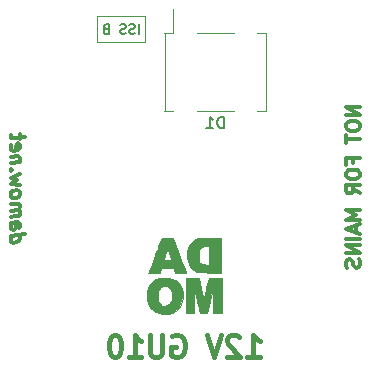
<source format=gbr>
%TF.GenerationSoftware,KiCad,Pcbnew,(5.1.9-0-10_14)*%
%TF.CreationDate,2021-08-05T12:05:48+01:00*%
%TF.ProjectId,gu10-12v-lamp,67753130-2d31-4327-962d-6c616d702e6b,rev?*%
%TF.SameCoordinates,Original*%
%TF.FileFunction,Legend,Bot*%
%TF.FilePolarity,Positive*%
%FSLAX46Y46*%
G04 Gerber Fmt 4.6, Leading zero omitted, Abs format (unit mm)*
G04 Created by KiCad (PCBNEW (5.1.9-0-10_14)) date 2021-08-05 12:05:48*
%MOMM*%
%LPD*%
G01*
G04 APERTURE LIST*
%ADD10C,0.120000*%
%ADD11C,0.200000*%
%ADD12C,0.300000*%
%ADD13C,0.450000*%
%ADD14C,0.010000*%
%ADD15C,0.150000*%
G04 APERTURE END LIST*
D10*
X146620000Y-85650000D02*
X142520000Y-85650000D01*
X146620000Y-87870000D02*
X146620000Y-85650000D01*
X142520000Y-87870000D02*
X146620000Y-87870000D01*
X142520000Y-85670000D02*
X142520000Y-87870000D01*
D11*
X146046666Y-87111904D02*
X146046666Y-86311904D01*
X145703809Y-87073809D02*
X145589523Y-87111904D01*
X145399047Y-87111904D01*
X145322857Y-87073809D01*
X145284761Y-87035714D01*
X145246666Y-86959523D01*
X145246666Y-86883333D01*
X145284761Y-86807142D01*
X145322857Y-86769047D01*
X145399047Y-86730952D01*
X145551428Y-86692857D01*
X145627619Y-86654761D01*
X145665714Y-86616666D01*
X145703809Y-86540476D01*
X145703809Y-86464285D01*
X145665714Y-86388095D01*
X145627619Y-86350000D01*
X145551428Y-86311904D01*
X145360952Y-86311904D01*
X145246666Y-86350000D01*
X144941904Y-87073809D02*
X144827619Y-87111904D01*
X144637142Y-87111904D01*
X144560952Y-87073809D01*
X144522857Y-87035714D01*
X144484761Y-86959523D01*
X144484761Y-86883333D01*
X144522857Y-86807142D01*
X144560952Y-86769047D01*
X144637142Y-86730952D01*
X144789523Y-86692857D01*
X144865714Y-86654761D01*
X144903809Y-86616666D01*
X144941904Y-86540476D01*
X144941904Y-86464285D01*
X144903809Y-86388095D01*
X144865714Y-86350000D01*
X144789523Y-86311904D01*
X144599047Y-86311904D01*
X144484761Y-86350000D01*
X143265714Y-86692857D02*
X143151428Y-86730952D01*
X143113333Y-86769047D01*
X143075238Y-86845238D01*
X143075238Y-86959523D01*
X143113333Y-87035714D01*
X143151428Y-87073809D01*
X143227619Y-87111904D01*
X143532380Y-87111904D01*
X143532380Y-86311904D01*
X143265714Y-86311904D01*
X143189523Y-86350000D01*
X143151428Y-86388095D01*
X143113333Y-86464285D01*
X143113333Y-86540476D01*
X143151428Y-86616666D01*
X143189523Y-86654761D01*
X143265714Y-86692857D01*
X143532380Y-86692857D01*
D12*
X164792857Y-93328571D02*
X163592857Y-93328571D01*
X164792857Y-94014285D01*
X163592857Y-94014285D01*
X163592857Y-94814285D02*
X163592857Y-95042857D01*
X163650000Y-95157142D01*
X163764285Y-95271428D01*
X163992857Y-95328571D01*
X164392857Y-95328571D01*
X164621428Y-95271428D01*
X164735714Y-95157142D01*
X164792857Y-95042857D01*
X164792857Y-94814285D01*
X164735714Y-94700000D01*
X164621428Y-94585714D01*
X164392857Y-94528571D01*
X163992857Y-94528571D01*
X163764285Y-94585714D01*
X163650000Y-94700000D01*
X163592857Y-94814285D01*
X163592857Y-95671428D02*
X163592857Y-96357142D01*
X164792857Y-96014285D02*
X163592857Y-96014285D01*
X164164285Y-98071428D02*
X164164285Y-97671428D01*
X164792857Y-97671428D02*
X163592857Y-97671428D01*
X163592857Y-98242857D01*
X163592857Y-98928571D02*
X163592857Y-99157142D01*
X163650000Y-99271428D01*
X163764285Y-99385714D01*
X163992857Y-99442857D01*
X164392857Y-99442857D01*
X164621428Y-99385714D01*
X164735714Y-99271428D01*
X164792857Y-99157142D01*
X164792857Y-98928571D01*
X164735714Y-98814285D01*
X164621428Y-98700000D01*
X164392857Y-98642857D01*
X163992857Y-98642857D01*
X163764285Y-98700000D01*
X163650000Y-98814285D01*
X163592857Y-98928571D01*
X164792857Y-100642857D02*
X164221428Y-100242857D01*
X164792857Y-99957142D02*
X163592857Y-99957142D01*
X163592857Y-100414285D01*
X163650000Y-100528571D01*
X163707142Y-100585714D01*
X163821428Y-100642857D01*
X163992857Y-100642857D01*
X164107142Y-100585714D01*
X164164285Y-100528571D01*
X164221428Y-100414285D01*
X164221428Y-99957142D01*
X164792857Y-102071428D02*
X163592857Y-102071428D01*
X164450000Y-102471428D01*
X163592857Y-102871428D01*
X164792857Y-102871428D01*
X164450000Y-103385714D02*
X164450000Y-103957142D01*
X164792857Y-103271428D02*
X163592857Y-103671428D01*
X164792857Y-104071428D01*
X164792857Y-104471428D02*
X163592857Y-104471428D01*
X164792857Y-105042857D02*
X163592857Y-105042857D01*
X164792857Y-105728571D01*
X163592857Y-105728571D01*
X164735714Y-106242857D02*
X164792857Y-106414285D01*
X164792857Y-106700000D01*
X164735714Y-106814285D01*
X164678571Y-106871428D01*
X164564285Y-106928571D01*
X164450000Y-106928571D01*
X164335714Y-106871428D01*
X164278571Y-106814285D01*
X164221428Y-106700000D01*
X164164285Y-106471428D01*
X164107142Y-106357142D01*
X164050000Y-106300000D01*
X163935714Y-106242857D01*
X163821428Y-106242857D01*
X163707142Y-106300000D01*
X163650000Y-106357142D01*
X163592857Y-106471428D01*
X163592857Y-106757142D01*
X163650000Y-106928571D01*
X135207142Y-104272589D02*
X136407142Y-104122589D01*
X135264285Y-104265446D02*
X135207142Y-104386875D01*
X135207142Y-104615446D01*
X135264285Y-104722589D01*
X135321428Y-104772589D01*
X135435714Y-104815446D01*
X135778571Y-104772589D01*
X135892857Y-104701160D01*
X135950000Y-104636875D01*
X136007142Y-104515446D01*
X136007142Y-104286875D01*
X135950000Y-104179732D01*
X135207142Y-103186875D02*
X135835714Y-103108303D01*
X135950000Y-103151160D01*
X136007142Y-103258303D01*
X136007142Y-103486875D01*
X135950000Y-103608303D01*
X135264285Y-103179732D02*
X135207142Y-103301160D01*
X135207142Y-103586875D01*
X135264285Y-103694017D01*
X135378571Y-103736875D01*
X135492857Y-103722589D01*
X135607142Y-103651160D01*
X135664285Y-103529732D01*
X135664285Y-103244017D01*
X135721428Y-103122589D01*
X135207142Y-102615446D02*
X136007142Y-102515446D01*
X135892857Y-102529732D02*
X135950000Y-102465446D01*
X136007142Y-102344017D01*
X136007142Y-102172589D01*
X135950000Y-102065446D01*
X135835714Y-102022589D01*
X135207142Y-102101160D01*
X135835714Y-102022589D02*
X135950000Y-101951160D01*
X136007142Y-101829732D01*
X136007142Y-101658303D01*
X135950000Y-101551160D01*
X135835714Y-101508303D01*
X135207142Y-101586875D01*
X135207142Y-100844017D02*
X135264285Y-100951160D01*
X135321428Y-101001160D01*
X135435714Y-101044017D01*
X135778571Y-101001160D01*
X135892857Y-100929732D01*
X135950000Y-100865446D01*
X136007142Y-100744017D01*
X136007142Y-100572589D01*
X135950000Y-100465446D01*
X135892857Y-100415446D01*
X135778571Y-100372589D01*
X135435714Y-100415446D01*
X135321428Y-100486875D01*
X135264285Y-100551160D01*
X135207142Y-100672589D01*
X135207142Y-100844017D01*
X136007142Y-99944017D02*
X135207142Y-99815446D01*
X135778571Y-99515446D01*
X135207142Y-99358303D01*
X136007142Y-99029732D01*
X135321428Y-98658303D02*
X135264285Y-98608303D01*
X135207142Y-98672589D01*
X135264285Y-98722589D01*
X135321428Y-98658303D01*
X135207142Y-98672589D01*
X136007142Y-98001160D02*
X135207142Y-98101160D01*
X135892857Y-98015446D02*
X135950000Y-97951160D01*
X136007142Y-97829732D01*
X136007142Y-97658303D01*
X135950000Y-97551160D01*
X135835714Y-97508303D01*
X135207142Y-97586875D01*
X135264285Y-96551160D02*
X135207142Y-96672589D01*
X135207142Y-96901160D01*
X135264285Y-97008303D01*
X135378571Y-97051160D01*
X135835714Y-96994017D01*
X135950000Y-96922589D01*
X136007142Y-96801160D01*
X136007142Y-96572589D01*
X135950000Y-96465446D01*
X135835714Y-96422589D01*
X135721428Y-96436875D01*
X135607142Y-97022589D01*
X136007142Y-96058303D02*
X136007142Y-95601160D01*
X136407142Y-95836875D02*
X135378571Y-95965446D01*
X135264285Y-95922589D01*
X135207142Y-95815446D01*
X135207142Y-95701160D01*
D13*
X155257142Y-114464285D02*
X156285714Y-114464285D01*
X155771428Y-114464285D02*
X155771428Y-112664285D01*
X155942857Y-112921428D01*
X156114285Y-113092857D01*
X156285714Y-113178571D01*
X154571428Y-112835714D02*
X154485714Y-112750000D01*
X154314285Y-112664285D01*
X153885714Y-112664285D01*
X153714285Y-112750000D01*
X153628571Y-112835714D01*
X153542857Y-113007142D01*
X153542857Y-113178571D01*
X153628571Y-113435714D01*
X154657142Y-114464285D01*
X153542857Y-114464285D01*
X153028571Y-112664285D02*
X152428571Y-114464285D01*
X151828571Y-112664285D01*
X148914285Y-112750000D02*
X149085714Y-112664285D01*
X149342857Y-112664285D01*
X149600000Y-112750000D01*
X149771428Y-112921428D01*
X149857142Y-113092857D01*
X149942857Y-113435714D01*
X149942857Y-113692857D01*
X149857142Y-114035714D01*
X149771428Y-114207142D01*
X149600000Y-114378571D01*
X149342857Y-114464285D01*
X149171428Y-114464285D01*
X148914285Y-114378571D01*
X148828571Y-114292857D01*
X148828571Y-113692857D01*
X149171428Y-113692857D01*
X148057142Y-112664285D02*
X148057142Y-114121428D01*
X147971428Y-114292857D01*
X147885714Y-114378571D01*
X147714285Y-114464285D01*
X147371428Y-114464285D01*
X147200000Y-114378571D01*
X147114285Y-114292857D01*
X147028571Y-114121428D01*
X147028571Y-112664285D01*
X145228571Y-114464285D02*
X146257142Y-114464285D01*
X145742857Y-114464285D02*
X145742857Y-112664285D01*
X145914285Y-112921428D01*
X146085714Y-113092857D01*
X146257142Y-113178571D01*
X144114285Y-112664285D02*
X143942857Y-112664285D01*
X143771428Y-112750000D01*
X143685714Y-112835714D01*
X143600000Y-113007142D01*
X143514285Y-113350000D01*
X143514285Y-113778571D01*
X143600000Y-114121428D01*
X143685714Y-114292857D01*
X143771428Y-114378571D01*
X143942857Y-114464285D01*
X144114285Y-114464285D01*
X144285714Y-114378571D01*
X144371428Y-114292857D01*
X144457142Y-114121428D01*
X144542857Y-113778571D01*
X144542857Y-113350000D01*
X144457142Y-113007142D01*
X144371428Y-112835714D01*
X144285714Y-112750000D01*
X144114285Y-112664285D01*
D14*
%TO.C,G\u002A\u002A\u002A*%
G36*
X148058329Y-107785319D02*
G01*
X147785820Y-107826020D01*
X147535506Y-107901347D01*
X147470837Y-107928869D01*
X147314641Y-108022007D01*
X147158211Y-108152728D01*
X147018172Y-108304745D01*
X146911148Y-108461772D01*
X146894694Y-108493308D01*
X146806985Y-108712304D01*
X146753568Y-108947547D01*
X146732349Y-109211115D01*
X146735241Y-109412667D01*
X146759480Y-109687119D01*
X146807645Y-109918689D01*
X146883655Y-110117272D01*
X146991431Y-110292766D01*
X147134893Y-110455067D01*
X147156231Y-110475583D01*
X147340999Y-110624062D01*
X147542691Y-110732660D01*
X147769564Y-110804154D01*
X148029872Y-110841319D01*
X148264333Y-110848236D01*
X148390771Y-110845902D01*
X148500546Y-110841895D01*
X148578309Y-110836876D01*
X148603000Y-110833697D01*
X148864308Y-110764610D01*
X149081222Y-110673690D01*
X149263084Y-110556379D01*
X149372678Y-110458006D01*
X149536267Y-110259148D01*
X149656673Y-110036509D01*
X149735843Y-109784638D01*
X149775727Y-109498079D01*
X149781022Y-109332748D01*
X148858536Y-109332748D01*
X148851119Y-109512245D01*
X148831137Y-109670576D01*
X148806677Y-109767577D01*
X148723083Y-109930338D01*
X148603021Y-110053902D01*
X148454002Y-110134453D01*
X148283539Y-110168174D01*
X148099143Y-110151248D01*
X148067414Y-110143188D01*
X147932909Y-110078064D01*
X147817140Y-109967892D01*
X147729848Y-109823345D01*
X147699478Y-109739986D01*
X147672955Y-109604531D01*
X147659639Y-109438547D01*
X147658944Y-109258726D01*
X147670285Y-109081761D01*
X147693076Y-108924344D01*
X147726730Y-108803167D01*
X147732874Y-108788717D01*
X147827407Y-108645165D01*
X147961467Y-108541152D01*
X148132419Y-108478692D01*
X148141026Y-108476873D01*
X148321274Y-108466156D01*
X148486834Y-108506999D01*
X148629902Y-108594938D01*
X148742678Y-108725511D01*
X148805628Y-108857042D01*
X148835769Y-108986169D01*
X148853413Y-109151063D01*
X148858536Y-109332748D01*
X149781022Y-109332748D01*
X149781627Y-109313889D01*
X149766139Y-109020882D01*
X149718480Y-108767584D01*
X149635620Y-108545366D01*
X149514530Y-108345598D01*
X149389906Y-108198043D01*
X149293998Y-108107149D01*
X149189174Y-108022554D01*
X149098955Y-107963071D01*
X148873348Y-107868119D01*
X148615662Y-107806653D01*
X148339467Y-107778958D01*
X148058329Y-107785319D01*
G37*
X148058329Y-107785319D02*
X147785820Y-107826020D01*
X147535506Y-107901347D01*
X147470837Y-107928869D01*
X147314641Y-108022007D01*
X147158211Y-108152728D01*
X147018172Y-108304745D01*
X146911148Y-108461772D01*
X146894694Y-108493308D01*
X146806985Y-108712304D01*
X146753568Y-108947547D01*
X146732349Y-109211115D01*
X146735241Y-109412667D01*
X146759480Y-109687119D01*
X146807645Y-109918689D01*
X146883655Y-110117272D01*
X146991431Y-110292766D01*
X147134893Y-110455067D01*
X147156231Y-110475583D01*
X147340999Y-110624062D01*
X147542691Y-110732660D01*
X147769564Y-110804154D01*
X148029872Y-110841319D01*
X148264333Y-110848236D01*
X148390771Y-110845902D01*
X148500546Y-110841895D01*
X148578309Y-110836876D01*
X148603000Y-110833697D01*
X148864308Y-110764610D01*
X149081222Y-110673690D01*
X149263084Y-110556379D01*
X149372678Y-110458006D01*
X149536267Y-110259148D01*
X149656673Y-110036509D01*
X149735843Y-109784638D01*
X149775727Y-109498079D01*
X149781022Y-109332748D01*
X148858536Y-109332748D01*
X148851119Y-109512245D01*
X148831137Y-109670576D01*
X148806677Y-109767577D01*
X148723083Y-109930338D01*
X148603021Y-110053902D01*
X148454002Y-110134453D01*
X148283539Y-110168174D01*
X148099143Y-110151248D01*
X148067414Y-110143188D01*
X147932909Y-110078064D01*
X147817140Y-109967892D01*
X147729848Y-109823345D01*
X147699478Y-109739986D01*
X147672955Y-109604531D01*
X147659639Y-109438547D01*
X147658944Y-109258726D01*
X147670285Y-109081761D01*
X147693076Y-108924344D01*
X147726730Y-108803167D01*
X147732874Y-108788717D01*
X147827407Y-108645165D01*
X147961467Y-108541152D01*
X148132419Y-108478692D01*
X148141026Y-108476873D01*
X148321274Y-108466156D01*
X148486834Y-108506999D01*
X148629902Y-108594938D01*
X148742678Y-108725511D01*
X148805628Y-108857042D01*
X148835769Y-108986169D01*
X148853413Y-109151063D01*
X148858536Y-109332748D01*
X149781022Y-109332748D01*
X149781627Y-109313889D01*
X149766139Y-109020882D01*
X149718480Y-108767584D01*
X149635620Y-108545366D01*
X149514530Y-108345598D01*
X149389906Y-108198043D01*
X149293998Y-108107149D01*
X149189174Y-108022554D01*
X149098955Y-107963071D01*
X148873348Y-107868119D01*
X148615662Y-107806653D01*
X148339467Y-107778958D01*
X148058329Y-107785319D01*
G36*
X150028222Y-110795556D02*
G01*
X150733099Y-110795556D01*
X150740494Y-109735858D01*
X150747889Y-108676161D01*
X150971063Y-109644136D01*
X151024087Y-109873634D01*
X151074057Y-110088996D01*
X151119327Y-110283197D01*
X151158252Y-110449212D01*
X151189184Y-110580016D01*
X151210477Y-110668585D01*
X151219585Y-110704743D01*
X151244933Y-110797375D01*
X151558213Y-110789409D01*
X151871493Y-110781444D01*
X152114024Y-109730770D01*
X152356556Y-108680095D01*
X152363951Y-109737825D01*
X152371345Y-110795556D01*
X153076222Y-110795556D01*
X153076222Y-107831029D01*
X151962574Y-107846333D01*
X151764783Y-108700056D01*
X151715533Y-108910504D01*
X151669745Y-109102107D01*
X151629076Y-109268250D01*
X151595181Y-109402319D01*
X151569716Y-109497698D01*
X151554337Y-109547774D01*
X151551057Y-109553778D01*
X151541050Y-109527352D01*
X151520251Y-109452488D01*
X151490306Y-109335802D01*
X151452863Y-109183914D01*
X151409566Y-109003441D01*
X151362062Y-108801002D01*
X151338728Y-108700056D01*
X151142332Y-107846333D01*
X150028222Y-107831029D01*
X150028222Y-110795556D01*
G37*
X150028222Y-110795556D02*
X150733099Y-110795556D01*
X150740494Y-109735858D01*
X150747889Y-108676161D01*
X150971063Y-109644136D01*
X151024087Y-109873634D01*
X151074057Y-110088996D01*
X151119327Y-110283197D01*
X151158252Y-110449212D01*
X151189184Y-110580016D01*
X151210477Y-110668585D01*
X151219585Y-110704743D01*
X151244933Y-110797375D01*
X151558213Y-110789409D01*
X151871493Y-110781444D01*
X152114024Y-109730770D01*
X152356556Y-108680095D01*
X152363951Y-109737825D01*
X152371345Y-110795556D01*
X153076222Y-110795556D01*
X153076222Y-107831029D01*
X151962574Y-107846333D01*
X151764783Y-108700056D01*
X151715533Y-108910504D01*
X151669745Y-109102107D01*
X151629076Y-109268250D01*
X151595181Y-109402319D01*
X151569716Y-109497698D01*
X151554337Y-109547774D01*
X151551057Y-109553778D01*
X151541050Y-109527352D01*
X151520251Y-109452488D01*
X151490306Y-109335802D01*
X151452863Y-109183914D01*
X151409566Y-109003441D01*
X151362062Y-108801002D01*
X151338728Y-108700056D01*
X151142332Y-107846333D01*
X150028222Y-107831029D01*
X150028222Y-110795556D01*
G36*
X148294973Y-104446029D02*
G01*
X148162472Y-104447948D01*
X148070592Y-104452062D01*
X148011421Y-104459120D01*
X147977052Y-104469871D01*
X147959572Y-104485065D01*
X147954543Y-104494944D01*
X147941138Y-104530261D01*
X147909891Y-104613320D01*
X147862724Y-104738992D01*
X147801559Y-104902148D01*
X147728317Y-105097659D01*
X147644921Y-105320395D01*
X147553292Y-105565229D01*
X147455352Y-105827030D01*
X147417880Y-105927222D01*
X147318086Y-106194005D01*
X147223885Y-106445719D01*
X147137198Y-106677235D01*
X147059949Y-106883423D01*
X146994060Y-107059154D01*
X146941454Y-107199300D01*
X146904053Y-107298731D01*
X146883779Y-107352318D01*
X146881004Y-107359500D01*
X146877461Y-107377449D01*
X146888304Y-107390446D01*
X146920973Y-107399282D01*
X146982907Y-107404751D01*
X147081545Y-107407643D01*
X147224326Y-107408751D01*
X147344977Y-107408889D01*
X147533934Y-107407763D01*
X147672220Y-107404112D01*
X147765572Y-107397529D01*
X147819724Y-107387605D01*
X147840410Y-107373931D01*
X147840524Y-107373611D01*
X147853918Y-107330686D01*
X147878301Y-107250005D01*
X147908726Y-107147959D01*
X147912943Y-107133722D01*
X147973498Y-106929111D01*
X149002771Y-106929111D01*
X149071540Y-107161944D01*
X149140309Y-107394778D01*
X150084695Y-107410254D01*
X150018453Y-107233182D01*
X149995364Y-107171398D01*
X149954777Y-107062722D01*
X149898929Y-106913146D01*
X149830056Y-106728658D01*
X149750394Y-106515251D01*
X149662180Y-106278916D01*
X149651922Y-106251430D01*
X148786444Y-106251430D01*
X148759323Y-106264499D01*
X148682194Y-106273928D01*
X148561412Y-106279139D01*
X148472981Y-106280000D01*
X148330324Y-106278459D01*
X148237173Y-106273297D01*
X148186659Y-106263708D01*
X148171912Y-106248883D01*
X148172829Y-106244722D01*
X148185267Y-106206825D01*
X148211035Y-106124899D01*
X148247032Y-106008916D01*
X148290158Y-105868848D01*
X148319814Y-105772000D01*
X148366287Y-105621651D01*
X148408293Y-105488980D01*
X148442582Y-105384004D01*
X148465905Y-105316739D01*
X148473514Y-105298216D01*
X148486097Y-105314440D01*
X148511573Y-105374758D01*
X148546664Y-105469186D01*
X148588093Y-105587741D01*
X148632581Y-105720437D01*
X148676851Y-105857290D01*
X148717626Y-105988317D01*
X148751628Y-106103533D01*
X148775578Y-106192954D01*
X148786200Y-106246595D01*
X148786444Y-106251430D01*
X149651922Y-106251430D01*
X149567651Y-106025642D01*
X149469042Y-105761420D01*
X149465091Y-105750833D01*
X148977970Y-104445556D01*
X148476005Y-104445556D01*
X148294973Y-104446029D01*
G37*
X148294973Y-104446029D02*
X148162472Y-104447948D01*
X148070592Y-104452062D01*
X148011421Y-104459120D01*
X147977052Y-104469871D01*
X147959572Y-104485065D01*
X147954543Y-104494944D01*
X147941138Y-104530261D01*
X147909891Y-104613320D01*
X147862724Y-104738992D01*
X147801559Y-104902148D01*
X147728317Y-105097659D01*
X147644921Y-105320395D01*
X147553292Y-105565229D01*
X147455352Y-105827030D01*
X147417880Y-105927222D01*
X147318086Y-106194005D01*
X147223885Y-106445719D01*
X147137198Y-106677235D01*
X147059949Y-106883423D01*
X146994060Y-107059154D01*
X146941454Y-107199300D01*
X146904053Y-107298731D01*
X146883779Y-107352318D01*
X146881004Y-107359500D01*
X146877461Y-107377449D01*
X146888304Y-107390446D01*
X146920973Y-107399282D01*
X146982907Y-107404751D01*
X147081545Y-107407643D01*
X147224326Y-107408751D01*
X147344977Y-107408889D01*
X147533934Y-107407763D01*
X147672220Y-107404112D01*
X147765572Y-107397529D01*
X147819724Y-107387605D01*
X147840410Y-107373931D01*
X147840524Y-107373611D01*
X147853918Y-107330686D01*
X147878301Y-107250005D01*
X147908726Y-107147959D01*
X147912943Y-107133722D01*
X147973498Y-106929111D01*
X149002771Y-106929111D01*
X149071540Y-107161944D01*
X149140309Y-107394778D01*
X150084695Y-107410254D01*
X150018453Y-107233182D01*
X149995364Y-107171398D01*
X149954777Y-107062722D01*
X149898929Y-106913146D01*
X149830056Y-106728658D01*
X149750394Y-106515251D01*
X149662180Y-106278916D01*
X149651922Y-106251430D01*
X148786444Y-106251430D01*
X148759323Y-106264499D01*
X148682194Y-106273928D01*
X148561412Y-106279139D01*
X148472981Y-106280000D01*
X148330324Y-106278459D01*
X148237173Y-106273297D01*
X148186659Y-106263708D01*
X148171912Y-106248883D01*
X148172829Y-106244722D01*
X148185267Y-106206825D01*
X148211035Y-106124899D01*
X148247032Y-106008916D01*
X148290158Y-105868848D01*
X148319814Y-105772000D01*
X148366287Y-105621651D01*
X148408293Y-105488980D01*
X148442582Y-105384004D01*
X148465905Y-105316739D01*
X148473514Y-105298216D01*
X148486097Y-105314440D01*
X148511573Y-105374758D01*
X148546664Y-105469186D01*
X148588093Y-105587741D01*
X148632581Y-105720437D01*
X148676851Y-105857290D01*
X148717626Y-105988317D01*
X148751628Y-106103533D01*
X148775578Y-106192954D01*
X148786200Y-106246595D01*
X148786444Y-106251430D01*
X149651922Y-106251430D01*
X149567651Y-106025642D01*
X149469042Y-105761420D01*
X149465091Y-105750833D01*
X148977970Y-104445556D01*
X148476005Y-104445556D01*
X148294973Y-104446029D01*
G36*
X152137833Y-104389528D02*
G01*
X151834596Y-104390915D01*
X151581166Y-104395698D01*
X151370942Y-104405294D01*
X151197320Y-104421122D01*
X151053700Y-104444597D01*
X150933478Y-104477138D01*
X150830052Y-104520163D01*
X150736821Y-104575088D01*
X150647181Y-104643331D01*
X150554532Y-104726310D01*
X150550226Y-104730375D01*
X150403447Y-104898602D01*
X150291874Y-105094970D01*
X150212998Y-105325775D01*
X150164313Y-105597315D01*
X150151845Y-105730830D01*
X150149220Y-106059782D01*
X150190508Y-106355484D01*
X150275426Y-106617023D01*
X150403690Y-106843487D01*
X150550130Y-107011089D01*
X150644318Y-107094689D01*
X150737961Y-107163632D01*
X150837554Y-107219288D01*
X150949590Y-107263028D01*
X151080564Y-107296221D01*
X151236972Y-107320236D01*
X151425308Y-107336445D01*
X151652066Y-107346218D01*
X151923740Y-107350923D01*
X152166056Y-107351954D01*
X152991556Y-107352444D01*
X152991556Y-105066444D01*
X152032000Y-105066444D01*
X152032000Y-106675111D01*
X151852408Y-106675111D01*
X151725186Y-106670129D01*
X151592645Y-106657349D01*
X151521931Y-106646497D01*
X151382863Y-106603120D01*
X151275771Y-106529023D01*
X151198131Y-106419556D01*
X151147417Y-106270073D01*
X151121105Y-106075923D01*
X151115862Y-105899000D01*
X151121816Y-105695632D01*
X151140330Y-105537364D01*
X151174212Y-105413698D01*
X151226270Y-105314137D01*
X151293879Y-105233557D01*
X151406268Y-105150769D01*
X151551931Y-105097049D01*
X151737838Y-105070352D01*
X151864056Y-105066444D01*
X152032000Y-105066444D01*
X152991556Y-105066444D01*
X152991556Y-104389111D01*
X152137833Y-104389528D01*
G37*
X152137833Y-104389528D02*
X151834596Y-104390915D01*
X151581166Y-104395698D01*
X151370942Y-104405294D01*
X151197320Y-104421122D01*
X151053700Y-104444597D01*
X150933478Y-104477138D01*
X150830052Y-104520163D01*
X150736821Y-104575088D01*
X150647181Y-104643331D01*
X150554532Y-104726310D01*
X150550226Y-104730375D01*
X150403447Y-104898602D01*
X150291874Y-105094970D01*
X150212998Y-105325775D01*
X150164313Y-105597315D01*
X150151845Y-105730830D01*
X150149220Y-106059782D01*
X150190508Y-106355484D01*
X150275426Y-106617023D01*
X150403690Y-106843487D01*
X150550130Y-107011089D01*
X150644318Y-107094689D01*
X150737961Y-107163632D01*
X150837554Y-107219288D01*
X150949590Y-107263028D01*
X151080564Y-107296221D01*
X151236972Y-107320236D01*
X151425308Y-107336445D01*
X151652066Y-107346218D01*
X151923740Y-107350923D01*
X152166056Y-107351954D01*
X152991556Y-107352444D01*
X152991556Y-105066444D01*
X152032000Y-105066444D01*
X152032000Y-106675111D01*
X151852408Y-106675111D01*
X151725186Y-106670129D01*
X151592645Y-106657349D01*
X151521931Y-106646497D01*
X151382863Y-106603120D01*
X151275771Y-106529023D01*
X151198131Y-106419556D01*
X151147417Y-106270073D01*
X151121105Y-106075923D01*
X151115862Y-105899000D01*
X151121816Y-105695632D01*
X151140330Y-105537364D01*
X151174212Y-105413698D01*
X151226270Y-105314137D01*
X151293879Y-105233557D01*
X151406268Y-105150769D01*
X151551931Y-105097049D01*
X151737838Y-105070352D01*
X151864056Y-105066444D01*
X152032000Y-105066444D01*
X152991556Y-105066444D01*
X152991556Y-104389111D01*
X152137833Y-104389528D01*
D10*
%TO.C,D1*%
X148250000Y-87100000D02*
X148250000Y-93700000D01*
X150950000Y-93700000D02*
X154150000Y-93700000D01*
X150950000Y-87100000D02*
X154150000Y-87100000D01*
X156850000Y-93700000D02*
X156050000Y-93700000D01*
X156850000Y-87100000D02*
X156850000Y-93700000D01*
X156050000Y-87100000D02*
X156850000Y-87100000D01*
X148232000Y-87098000D02*
X148994000Y-87098000D01*
X148994000Y-87098000D02*
X148994000Y-85066000D01*
X148994000Y-85066000D02*
X148994000Y-85066000D01*
X148994000Y-93702000D02*
X148232000Y-93702000D01*
X148232000Y-93702000D02*
X148232000Y-93702000D01*
D15*
X153288095Y-95152380D02*
X153288095Y-94152380D01*
X153050000Y-94152380D01*
X152907142Y-94200000D01*
X152811904Y-94295238D01*
X152764285Y-94390476D01*
X152716666Y-94580952D01*
X152716666Y-94723809D01*
X152764285Y-94914285D01*
X152811904Y-95009523D01*
X152907142Y-95104761D01*
X153050000Y-95152380D01*
X153288095Y-95152380D01*
X151764285Y-95152380D02*
X152335714Y-95152380D01*
X152050000Y-95152380D02*
X152050000Y-94152380D01*
X152145238Y-94295238D01*
X152240476Y-94390476D01*
X152335714Y-94438095D01*
%TD*%
M02*

</source>
